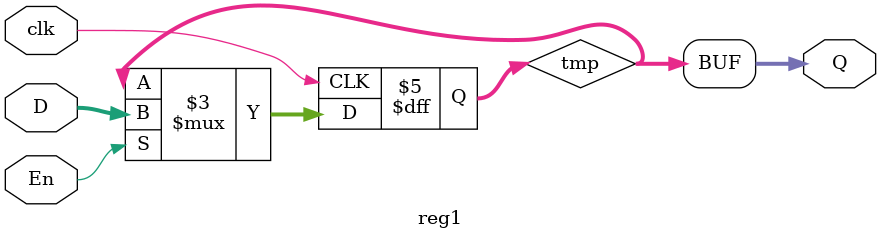
<source format=v>
`timescale 1ns / 1ps


module reg1(
    input clk,
    input [7:0] D,
    input En,
    output [7:0] Q
    
    );
    
    
    
    reg [7:0] tmp;

always @ (posedge(clk)) begin

    if (En == 1) tmp <= D;

end
    
assign Q = tmp;    
  
endmodule

</source>
